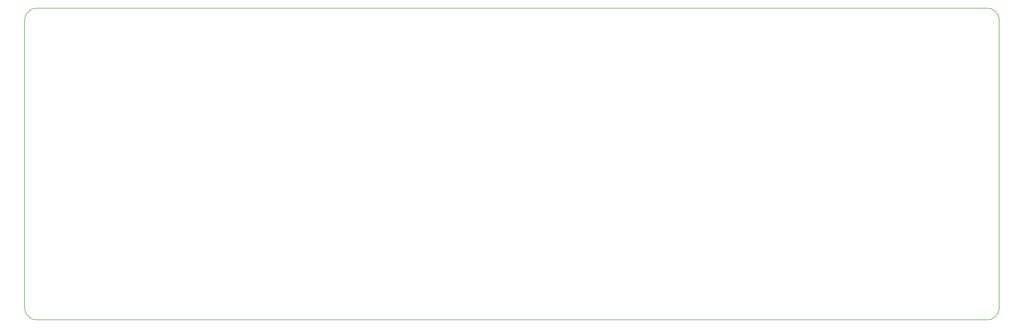
<source format=gbr>
G04 #@! TF.GenerationSoftware,KiCad,Pcbnew,(5.1.8-0-10_14)*
G04 #@! TF.CreationDate,2021-01-01T21:21:00+09:00*
G04 #@! TF.ProjectId,keyboard,6b657962-6f61-4726-942e-6b696361645f,rev?*
G04 #@! TF.SameCoordinates,Original*
G04 #@! TF.FileFunction,Profile,NP*
%FSLAX46Y46*%
G04 Gerber Fmt 4.6, Leading zero omitted, Abs format (unit mm)*
G04 Created by KiCad (PCBNEW (5.1.8-0-10_14)) date 2021-01-01 21:21:00*
%MOMM*%
%LPD*%
G01*
G04 APERTURE LIST*
G04 #@! TA.AperFunction,Profile*
%ADD10C,0.200000*%
G04 #@! TD*
G04 APERTURE END LIST*
D10*
X-3990000Y-70000D02*
G75*
G02*
X80000Y4000000I4070000J0D01*
G01*
X70000Y-99240000D02*
G75*
G02*
X-3990000Y-95180000I0J4060000D01*
G01*
X318320000Y-95180000D02*
G75*
G02*
X314250000Y-99250000I-4070000J0D01*
G01*
X314250000Y4000000D02*
G75*
G02*
X318325000Y-75000I0J-4075000D01*
G01*
X80000Y4000000D02*
X314250000Y4000000D01*
X318325000Y-75000D02*
X318320000Y-95180000D01*
X314250000Y-99250000D02*
X70000Y-99240000D01*
X-3990000Y-95180000D02*
X-3990000Y-70000D01*
M02*

</source>
